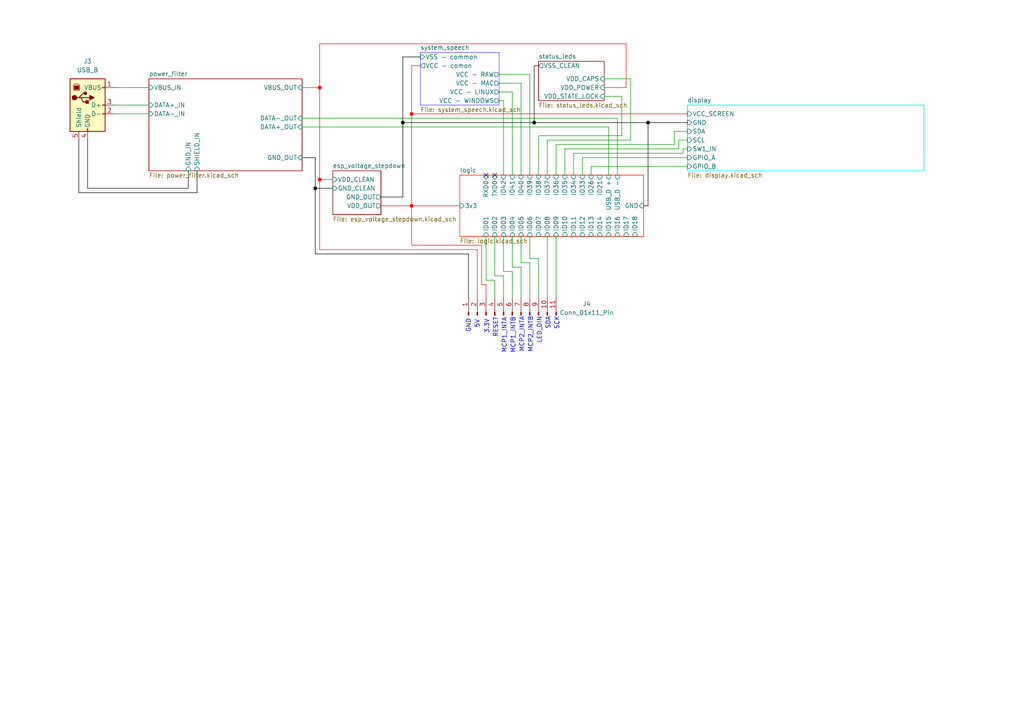
<source format=kicad_sch>
(kicad_sch (version 20250114) (generator "eeschema") (generator_version "9.0")
  (paper "A4")
  (title_block (title "Driver logic") (date "2026-02-10") (rev "1 - do not edit connector pin layout.") (company "Henry's Software House") (comment 1 "The logic required to drive the keyboard.") (comment 2 "Logic based on an ESP32-S2-wroover"))
  (lib_symbols
    (symbol "Connector:Conn_01x11_Pin" (pin_names (offset 1.016) (hide yes))
      (property "Reference" "J" (at 0 15.24 0))
      (property "Value" "Conn_01x11_Pin" (at 0 -15.24 0))
      (symbol "Conn_01x11_Pin_1_1"
        (rectangle (start 0.8636 12.827) (end 0 12.573) (stroke (width 0.1524)) (fill (type outline)))
        (rectangle (start 0.8636 10.287) (end 0 10.033) (stroke (width 0.1524)) (fill (type outline)))
        (rectangle (start 0.8636 7.747) (end 0 7.493) (stroke (width 0.1524)) (fill (type outline)))
        (rectangle (start 0.8636 5.207) (end 0 4.953) (stroke (width 0.1524)) (fill (type outline)))
        (rectangle (start 0.8636 2.667) (end 0 2.413) (stroke (width 0.1524)) (fill (type outline)))
        (rectangle (start 0.8636 0.127) (end 0 -0.127) (stroke (width 0.1524)) (fill (type outline)))
        (rectangle (start 0.8636 -2.413) (end 0 -2.667) (stroke (width 0.1524)) (fill (type outline)))
        (rectangle (start 0.8636 -4.953) (end 0 -5.207) (stroke (width 0.1524)) (fill (type outline)))
        (rectangle (start 0.8636 -7.493) (end 0 -7.747) (stroke (width 0.1524)) (fill (type outline)))
        (rectangle (start 0.8636 -10.033) (end 0 -10.287) (stroke (width 0.1524)) (fill (type outline)))
        (rectangle (start 0.8636 -12.573) (end 0 -12.827) (stroke (width 0.1524)) (fill (type outline)))
        (polyline (pts (xy 1.27 12.7) (xy 0.8636 12.7)) (stroke (width 0.1524)))
        (polyline (pts (xy 1.27 10.16) (xy 0.8636 10.16)) (stroke (width 0.1524)))
        (polyline (pts (xy 1.27 7.62) (xy 0.8636 7.62)) (stroke (width 0.1524)))
        (polyline (pts (xy 1.27 5.08) (xy 0.8636 5.08)) (stroke (width 0.1524)))
        (polyline (pts (xy 1.27 2.54) (xy 0.8636 2.54)) (stroke (width 0.1524)))
        (polyline (pts (xy 1.27 0) (xy 0.8636 0)) (stroke (width 0.1524)))
        (polyline (pts (xy 1.27 -2.54) (xy 0.8636 -2.54)) (stroke (width 0.1524)))
        (polyline (pts (xy 1.27 -5.08) (xy 0.8636 -5.08)) (stroke (width 0.1524)))
        (polyline (pts (xy 1.27 -7.62) (xy 0.8636 -7.62)) (stroke (width 0.1524)))
        (polyline (pts (xy 1.27 -10.16) (xy 0.8636 -10.16)) (stroke (width 0.1524)))
        (polyline (pts (xy 1.27 -12.7) (xy 0.8636 -12.7)) (stroke (width 0.1524)))
        (pin passive line (at 5.08 12.7 180) (length 3.81) (name "Pin_1") (number "1"))
        (pin passive line (at 5.08 10.16 180) (length 3.81) (name "Pin_2") (number "2"))
        (pin passive line (at 5.08 7.62 180) (length 3.81) (name "Pin_3") (number "3"))
        (pin passive line (at 5.08 5.08 180) (length 3.81) (name "Pin_4") (number "4"))
        (pin passive line (at 5.08 2.54 180) (length 3.81) (name "Pin_5") (number "5"))
        (pin passive line (at 5.08 0 180) (length 3.81) (name "Pin_6") (number "6"))
        (pin passive line (at 5.08 -2.54 180) (length 3.81) (name "Pin_7") (number "7"))
        (pin passive line (at 5.08 -5.08 180) (length 3.81) (name "Pin_8") (number "8"))
        (pin passive line (at 5.08 -7.62 180) (length 3.81) (name "Pin_9") (number "9"))
        (pin passive line (at 5.08 -10.16 180) (length 3.81) (name "Pin_10") (number "10"))
        (pin passive line (at 5.08 -12.7 180) (length 3.81) (name "Pin_11") (number "11"))
      )
    )
    (symbol "Connector:USB_B" (pin_names (offset 1.016))
      (property "Reference" "J" (at -5.08 11.43 0))
      (property "Value" "USB_B" (at -5.08 8.89 0))
      (symbol "USB_B_0_1"
        (rectangle (start -5.08 -7.62) (end 5.08 7.62) (stroke (width 0.254)) (fill (type background)))
        (polyline (pts (xy -4.064 4.318) (xy -2.286 4.318) (xy -2.286 5.715) (xy -2.667 6.096) (xy -3.683 6.096) (xy -4.064 5.715) (xy -4.064 4.318)))
        (rectangle (start -3.81 5.588) (end -2.54 4.572) (fill (type outline)))
        (circle (center -3.81 2.159) (radius 0.635) (stroke (width 0.254)) (fill (type outline)))
        (polyline (pts (xy -3.175 2.159) (xy -2.54 2.159) (xy -1.27 3.429) (xy -0.635 3.429)) (stroke (width 0.254)))
        (polyline (pts (xy -2.54 2.159) (xy -1.905 2.159) (xy -1.27 0.889) (xy 0 0.889)) (stroke (width 0.254)))
        (polyline (pts (xy -1.905 2.159) (xy 0.635 2.159)) (stroke (width 0.254)))
        (circle (center -0.635 3.429) (radius 0.381) (stroke (width 0.254)) (fill (type outline)))
        (rectangle (start -0.127 -7.62) (end 0.127 -6.858))
        (rectangle (start 0.254 1.27) (end -0.508 0.508) (stroke (width 0.254)) (fill (type outline)))
        (polyline (pts (xy 0.635 2.794) (xy 0.635 1.524) (xy 1.905 2.159) (xy 0.635 2.794)) (stroke (width 0.254)) (fill (type outline)))
        (rectangle (start 5.08 4.953) (end 4.318 5.207))
        (rectangle (start 5.08 -0.127) (end 4.318 0.127))
        (rectangle (start 5.08 -2.667) (end 4.318 -2.413))
      )
      (symbol "USB_B_1_1"
        (pin passive line (at -2.54 -10.16 90) (length 2.54) (name "Shield") (number "5"))
        (pin power_out line (at 0 -10.16 90) (length 2.54) (name "GND") (number "4"))
        (pin power_out line (at 7.62 5.08 180) (length 2.54) (name "VBUS") (number "1"))
        (pin bidirectional line (at 7.62 0 180) (length 2.54) (name "D+") (number "3"))
        (pin bidirectional line (at 7.62 -2.54 180) (length 2.54) (name "D-") (number "2"))
      )
    )
  )
  (text "SCK" (at 161.544 93.726 90) (effects (font (size 1.27 1.27))))
  (text "SDA" (at 159.004 93.726 90) (effects (font (size 1.27 1.27))))
  (text "LED_DIN" (at 156.464 95.758 90) (effects (font (size 1.27 1.27))))
  (text "MCP1_INTB" (at 148.844 97.282 90) (effects (font (size 1.27 1.27))))
  (text "GND" (at 135.89 94.488 90) (effects (font (size 1.27 1.27))))
  (text "RESET" (at 143.764 94.996 90) (effects (font (size 1.27 1.27))))
  (text "MCP1_INTA" (at 146.304 97.282 90) (effects (font (size 1.27 1.27))))
  (text "MCP2_INTA" (at 151.384 97.028 90) (effects (font (size 1.27 1.27))))
  (text "3.3V" (at 141.224 94.742 90) (effects (font (size 1.27 1.27))))
  (text "MCP2_INTB" (at 153.924 97.028 90) (effects (font (size 1.27 1.27))))
  (text "5V" (at 138.43 93.98 90) (effects (font (size 1.27 1.27))))
  (junction (at 119.38 59.69) (color 255 0 0 1))
  (junction (at 91.44 54.61) (color 0 0 0 1))
  (junction (at 187.96 35.56) (color 0 0 0 1))
  (junction (at 116.84 35.56) (color 0 0 0 1))
  (junction (at 119.38 33.02) (color 255 0 0 1))
  (junction (at 92.71 52.07) (color 255 0 0 1))
  (junction (at 154.94 35.56) (color 0 0 0 1))
  (junction (at 92.71 25.4) (color 255 0 0 1))
  (no_connect (at 143.51 50.8))
  (no_connect (at 140.97 50.8))
  (wire (pts (xy 143.51 81.28) (xy 143.51 86.36)))
  (wire (pts (xy 198.12 43.18) (xy 198.12 44.45)))
  (wire (pts (xy 171.45 48.26) (xy 199.39 48.26)))
  (wire (pts (xy 166.37 44.45) (xy 198.12 44.45)))
  (wire (pts (xy 151.13 76.2) (xy 153.67 76.2)))
  (wire (pts (xy 92.71 25.4) (xy 92.71 52.07)) (stroke (width 0) (color 255 0 0 1)))
  (wire (pts (xy 154.94 35.56) (xy 187.96 35.56)) (stroke (width 0) (color 0 0 0 1)))
  (wire (pts (xy 140.97 81.28) (xy 143.51 81.28)))
  (wire (pts (xy 140.97 68.58) (xy 140.97 81.28)))
  (wire (pts (xy 33.02 25.4) (xy 43.18 25.4)) (stroke (width 0) (color 255 0 0 1)))
  (wire (pts (xy 181.61 25.4) (xy 181.61 12.7)) (stroke (width 0) (color 255 0 0 1)))
  (wire (pts (xy 187.96 35.56) (xy 199.39 35.56)) (stroke (width 0) (color 0 0 0 1)))
  (wire (pts (xy 187.96 35.56) (xy 187.96 59.69)) (stroke (width 0) (color 0 0 0 1)))
  (wire (pts (xy 87.63 34.29) (xy 179.07 34.29)))
  (wire (pts (xy 110.49 57.15) (xy 116.84 57.15)) (stroke (width 0) (color 0 0 0 1)))
  (wire (pts (xy 92.71 52.07) (xy 92.71 72.39)) (stroke (width 0) (color 255 0 0 1)))
  (wire (pts (xy 119.38 33.02) (xy 199.39 33.02)) (stroke (width 0) (color 255 0 0 1)))
  (wire (pts (xy 33.02 30.48) (xy 43.18 30.48)))
  (wire (pts (xy 156.21 74.93) (xy 156.21 86.36)))
  (wire (pts (xy 116.84 35.56) (xy 116.84 57.15)) (stroke (width 0) (color 0 0 0 1)))
  (wire (pts (xy 186.69 59.69) (xy 187.96 59.69)) (stroke (width 0) (color 0 0 0 1)))
  (wire (pts (xy 33.02 33.02) (xy 43.18 33.02)))
  (wire (pts (xy 138.43 72.39) (xy 138.43 86.36)) (stroke (width 0) (color 255 0 0 1)))
  (wire (pts (xy 144.78 29.21) (xy 146.05 29.21)))
  (wire (pts (xy 176.53 36.83) (xy 176.53 50.8)))
  (wire (pts (xy 25.4 40.64) (xy 25.4 54.61)) (stroke (width 0) (color 0 0 0 1)))
  (wire (pts (xy 166.37 50.8) (xy 166.37 44.45)))
  (wire (pts (xy 119.38 59.69) (xy 133.35 59.69)) (stroke (width 0) (color 255 0 0 1)))
  (wire (pts (xy 156.21 19.05) (xy 154.94 19.05)) (stroke (width 0) (color 0 0 0 1)))
  (wire (pts (xy 54.61 49.53) (xy 54.61 54.61)) (stroke (width 0) (color 0 0 0 1)))
  (wire (pts (xy 92.71 12.7) (xy 92.71 25.4)) (stroke (width 0) (color 255 0 0 1)))
  (wire (pts (xy 91.44 54.61) (xy 91.44 73.66)) (stroke (width 0) (color 0 0 0 1)))
  (wire (pts (xy 144.78 26.67) (xy 148.59 26.67)))
  (wire (pts (xy 175.26 25.4) (xy 181.61 25.4)) (stroke (width 0) (color 255 0 0 1)))
  (wire (pts (xy 146.05 50.8) (xy 146.05 29.21)))
  (wire (pts (xy 135.89 73.66) (xy 135.89 86.36)) (stroke (width 0) (color 0 0 0 1)))
  (wire (pts (xy 153.67 74.93) (xy 153.67 68.58)))
  (wire (pts (xy 199.39 38.1) (xy 195.58 38.1)))
  (wire (pts (xy 168.91 45.72) (xy 199.39 45.72)))
  (wire (pts (xy 119.38 33.02) (xy 119.38 59.69)) (stroke (width 0) (color 255 0 0 1)))
  (wire (pts (xy 146.05 80.01) (xy 146.05 86.36)))
  (wire (pts (xy 119.38 19.05) (xy 119.38 33.02)) (stroke (width 0) (color 255 0 0 1)))
  (wire (pts (xy 139.7 71.12) (xy 139.7 82.55)) (stroke (width 0) (color 255 0 0 1)))
  (wire (pts (xy 148.59 77.47) (xy 151.13 77.47)))
  (wire (pts (xy 195.58 38.1) (xy 195.58 41.91)))
  (wire (pts (xy 119.38 59.69) (xy 119.38 71.12)) (stroke (width 0) (color 255 0 0 1)))
  (wire (pts (xy 158.75 68.58) (xy 158.75 86.36)))
  (wire (pts (xy 143.51 68.58) (xy 143.51 80.01)))
  (wire (pts (xy 116.84 35.56) (xy 154.94 35.56)) (stroke (width 0) (color 0 0 0 1)))
  (wire (pts (xy 148.59 26.67) (xy 148.59 50.8)))
  (wire (pts (xy 161.29 41.91) (xy 195.58 41.91)))
  (wire (pts (xy 144.78 21.59) (xy 153.67 21.59)))
  (wire (pts (xy 144.78 24.13) (xy 151.13 24.13)))
  (wire (pts (xy 151.13 77.47) (xy 151.13 86.36)))
  (wire (pts (xy 182.88 40.64) (xy 158.75 40.64)))
  (wire (pts (xy 91.44 45.72) (xy 91.44 54.61)) (stroke (width 0) (color 0 0 0 1)))
  (wire (pts (xy 175.26 22.86) (xy 182.88 22.86)))
  (wire (pts (xy 146.05 78.74) (xy 148.59 78.74)))
  (wire (pts (xy 151.13 68.58) (xy 151.13 76.2)))
  (wire (pts (xy 146.05 68.58) (xy 146.05 78.74)))
  (wire (pts (xy 158.75 40.64) (xy 158.75 50.8)))
  (wire (pts (xy 153.67 74.93) (xy 156.21 74.93)))
  (wire (pts (xy 87.63 25.4) (xy 92.71 25.4)) (stroke (width 0) (color 255 0 0 1)))
  (wire (pts (xy 121.92 19.05) (xy 119.38 19.05)) (stroke (width 0) (color 255 0 0 1)))
  (wire (pts (xy 87.63 36.83) (xy 176.53 36.83)))
  (wire (pts (xy 199.39 40.64) (xy 196.85 40.64)))
  (wire (pts (xy 92.71 52.07) (xy 96.52 52.07)) (stroke (width 0) (color 255 0 0 1)))
  (wire (pts (xy 119.38 71.12) (xy 139.7 71.12)) (stroke (width 0) (color 255 0 0 1)))
  (wire (pts (xy 148.59 78.74) (xy 148.59 86.36)))
  (wire (pts (xy 153.67 21.59) (xy 153.67 50.8)))
  (wire (pts (xy 163.83 43.18) (xy 196.85 43.18)))
  (wire (pts (xy 116.84 16.51) (xy 116.84 35.56)) (stroke (width 0) (color 0 0 0 1)))
  (wire (pts (xy 25.4 54.61) (xy 54.61 54.61)) (stroke (width 0) (color 0 0 0 1)))
  (wire (pts (xy 151.13 24.13) (xy 151.13 50.8)))
  (wire (pts (xy 22.86 40.64) (xy 22.86 55.88)) (stroke (width 0) (color 0 0 0 1)))
  (wire (pts (xy 156.21 39.37) (xy 156.21 50.8)))
  (wire (pts (xy 161.29 41.91) (xy 161.29 50.8)))
  (wire (pts (xy 91.44 54.61) (xy 96.52 54.61)) (stroke (width 0) (color 0 0 0 1)))
  (wire (pts (xy 175.26 27.94) (xy 180.34 27.94)))
  (wire (pts (xy 139.7 82.55) (xy 140.97 82.55)) (stroke (width 0) (color 255 0 0 1)))
  (wire (pts (xy 148.59 68.58) (xy 148.59 77.47)))
  (wire (pts (xy 199.39 43.18) (xy 198.12 43.18)))
  (wire (pts (xy 161.29 68.58) (xy 161.29 86.36)))
  (wire (pts (xy 110.49 59.69) (xy 119.38 59.69)) (stroke (width 0) (color 255 0 0 1)))
  (wire (pts (xy 182.88 22.86) (xy 182.88 40.64)))
  (wire (pts (xy 163.83 43.18) (xy 163.83 50.8)))
  (wire (pts (xy 140.97 82.55) (xy 140.97 86.36)) (stroke (width 0) (color 255 0 0 1)))
  (wire (pts (xy 179.07 34.29) (xy 179.07 50.8)))
  (wire (pts (xy 180.34 39.37) (xy 156.21 39.37)))
  (wire (pts (xy 171.45 50.8) (xy 171.45 48.26)))
  (wire (pts (xy 92.71 72.39) (xy 138.43 72.39)) (stroke (width 0) (color 255 0 0 1)))
  (wire (pts (xy 57.15 49.53) (xy 57.15 55.88)) (stroke (width 0) (color 0 0 0 1)))
  (wire (pts (xy 57.15 55.88) (xy 22.86 55.88)) (stroke (width 0) (color 0 0 0 1)))
  (wire (pts (xy 153.67 76.2) (xy 153.67 86.36)))
  (wire (pts (xy 196.85 40.64) (xy 196.85 43.18)))
  (wire (pts (xy 91.44 73.66) (xy 135.89 73.66)) (stroke (width 0) (color 0 0 0 1)))
  (wire (pts (xy 143.51 80.01) (xy 146.05 80.01)))
  (wire (pts (xy 154.94 19.05) (xy 154.94 35.56)) (stroke (width 0) (color 0 0 0 1)))
  (wire (pts (xy 180.34 27.94) (xy 180.34 39.37)))
  (wire (pts (xy 181.61 12.7) (xy 92.71 12.7)) (stroke (width 0) (color 255 0 0 1)))
  (wire (pts (xy 168.91 50.8) (xy 168.91 45.72)))
  (wire (pts (xy 116.84 16.51) (xy 121.92 16.51)) (stroke (width 0) (color 0 0 0 1)))
  (wire (pts (xy 87.63 45.72) (xy 91.44 45.72)) (stroke (width 0) (color 0 0 0 1)))
  (symbol (lib_id "Connector:Conn_01x11_Pin") (at 148.59 91.44 90) (unit 1)
    (property "Reference" "J4" (at 170.18 88.138 90))
    (property "Value" "Conn_01x11_Pin" (at 170.18 90.678 90))
    (property "Footprint" "Connector_PinHeader_2.00mm:PinHeader_1x11_P2.00mm_Horizontal" (effects (hide yes)))
    (property "Description" "Generic connector, single row, 01x11, script generated" (effects (hide yes)))
  )
  (symbol (lib_id "Connector:USB_B") (at 25.4 30.48 0) (unit 1)
    (property "Reference" "J3" (at 25.4 17.78 0))
    (property "Value" "USB_B" (at 25.4 20.32 0))
    (property "Footprint" "Connector_USB:USB_B_Lumberg_2411_02_Horizontal" (effects (hide yes)))
    (property "Description" "USB Type B connector" (effects (hide yes)))
  )
  (sheet (at 121.92 15.24) (size 22.86 15.24) (stroke (width 0.1524) (color 123 104 255 1))
    (property "Sheetname" "system_speech" (at 121.92 14.5284 0) (effects (justify left bottom)))
    (property "Sheetfile" "system_speech.kicad_sch" (at 121.92 31.0646 0) (effects (justify left top)))
    (pin "VCC - comon" output (at 121.92 19.05 180))
    (pin "VCC - LINUX" output (at 144.78 26.67 0))
    (pin "VCC - MAC" output (at 144.78 24.13 0))
    (pin "VCC - RAW" output (at 144.78 21.59 0))
    (pin "VCC - WINDOWS" output (at 144.78 29.21 0))
    (pin "VSS - common" input (at 121.92 16.51 180))
  )
  (sheet (at 156.21 17.78) (size 19.05 11.43) (stroke (width 0.1524))
    (property "Sheetname" "status_leds" (at 156.21 17.0684 0) (effects (justify left bottom)))
    (property "Sheetfile" "status_leds.kicad_sch" (at 156.21 29.7946 0) (effects (justify left top)))
    (pin "VDD_CAPS" input (at 175.26 22.86 0))
    (pin "VDD_POWER" input (at 175.26 25.4 0))
    (pin "VDD_STATE_LOCK" input (at 175.26 27.94 0))
    (pin "VSS_CLEAN" output (at 156.21 19.05 180))
  )
  (sheet (at 199.39 30.48) (size 68.58 19.05) (stroke (width 0.1524) (color 0 255 252 1))
    (property "Sheetname" "display" (at 199.39 29.7684 0) (effects (justify left bottom)))
    (property "Sheetfile" "display.kicad_sch" (at 199.39 50.1146 0) (effects (justify left top)))
    (pin "GND" input (at 199.39 35.56 180))
    (pin "SCL" input (at 199.39 40.64 180))
    (pin "SDA" input (at 199.39 38.1 180))
    (pin "SW1_IN" input (at 199.39 43.18 180))
    (pin "VCC_SCREEN" input (at 199.39 33.02 180))
    (pin "GPIO_A" input (at 199.39 45.72 180))
    (pin "GPIO_B" input (at 199.39 48.26 180))
  )
  (sheet (at 133.35 50.8) (size 53.34 17.78) (stroke (width 0.1524) (color 255 42 0 1))
    (property "Sheetname" "logic" (at 133.35 50.0884 0) (effects (justify left bottom)))
    (property "Sheetfile" "logic.kicad_sch" (at 133.35 69.1646 0) (effects (justify left top)))
    (pin "3v3" input (at 133.35 59.69 180))
    (pin "GND" input (at 186.69 59.69 0))
    (pin "ID01" input (at 140.97 68.58 270))
    (pin "ID02" input (at 143.51 68.58 270))
    (pin "ID03" input (at 146.05 68.58 270))
    (pin "ID04" input (at 148.59 68.58 270))
    (pin "ID05" input (at 151.13 68.58 270))
    (pin "ID06" input (at 153.67 68.58 270))
    (pin "ID07" input (at 156.21 68.58 270))
    (pin "ID08" input (at 158.75 68.58 270))
    (pin "ID09" input (at 161.29 68.58 270))
    (pin "ID10" input (at 163.83 68.58 270))
    (pin "ID11" input (at 166.37 68.58 270))
    (pin "ID12" input (at 168.91 68.58 270))
    (pin "ID13" input (at 171.45 68.58 270))
    (pin "ID14" input (at 173.99 68.58 270))
    (pin "ID15" input (at 176.53 68.58 270))
    (pin "ID16" input (at 179.07 68.58 270))
    (pin "ID17" input (at 181.61 68.58 270))
    (pin "ID18" input (at 184.15 68.58 270))
    (pin "ID21" input (at 173.99 50.8 90))
    (pin "ID26" input (at 171.45 50.8 90))
    (pin "ID33" input (at 168.91 50.8 90))
    (pin "ID34" input (at 166.37 50.8 90))
    (pin "ID35" input (at 163.83 50.8 90))
    (pin "ID36" input (at 161.29 50.8 90))
    (pin "ID37" input (at 158.75 50.8 90))
    (pin "ID38" input (at 156.21 50.8 90))
    (pin "ID39" input (at 153.67 50.8 90))
    (pin "ID40" input (at 151.13 50.8 90))
    (pin "ID41" input (at 148.59 50.8 90))
    (pin "ID42" input (at 146.05 50.8 90))
    (pin "RXD0" input (at 140.97 50.8 90))
    (pin "TXD0" input (at 143.51 50.8 90))
    (pin "USB_D +" input (at 176.53 50.8 90))
    (pin "USB_D -" input (at 179.07 50.8 90))
  )
  (sheet (at 43.18 22.86) (size 44.45 26.67) (stroke (width 0.1524))
    (property "Sheetname" "power_filter" (at 43.18 22.1484 0) (effects (justify left bottom)))
    (property "Sheetfile" "power_filter.kicad_sch" (at 43.18 50.1146 0) (effects (justify left top)))
    (pin "DATA+_IN" input (at 43.18 30.48 180))
    (pin "DATA-_IN" input (at 43.18 33.02 180))
    (pin "GND_IN" input (at 54.61 49.53 270))
    (pin "SHIELD_IN" input (at 57.15 49.53 270))
    (pin "VBUS_IN" input (at 43.18 25.4 180))
    (pin "DATA+_OUT" input (at 87.63 36.83 0))
    (pin "DATA-_OUT" input (at 87.63 34.29 0))
    (pin "GND_OUT" input (at 87.63 45.72 0))
    (pin "VBUS_OUT" input (at 87.63 25.4 0))
  )
  (sheet (at 96.52 49.53) (size 13.97 12.7) (stroke (width 0.1524))
    (property "Sheetname" "esp_voltage_stepdown" (at 96.52 48.8184 0) (effects (justify left bottom)))
    (property "Sheetfile" "esp_voltage_stepdown.kicad_sch" (at 96.52 62.8146 0) (effects (justify left top)))
    (pin "GND_CLEAN" input (at 96.52 54.61 180))
    (pin "GND_OUT" output (at 110.49 57.15 0))
    (pin "VDD_CLEAN" input (at 96.52 52.07 180))
    (pin "VDD_OUT" output (at 110.49 59.69 0))
  )
)
</source>
